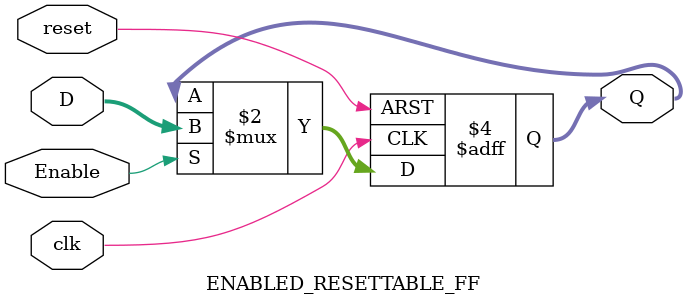
<source format=sv>
module ENABLED_RESETTABLE_FF#(parameter WIDTH = 8)
								(input logic clk, reset, Enable, 
								 input logic [WIDTH-1:0] D,
								 output logic [WIDTH-1:0] Q);
								
								
	always_ff@(posedge clk, posedge reset)
		if (reset) Q <= 4'b0;
		else if (Enable) Q <= D;

endmodule
</source>
